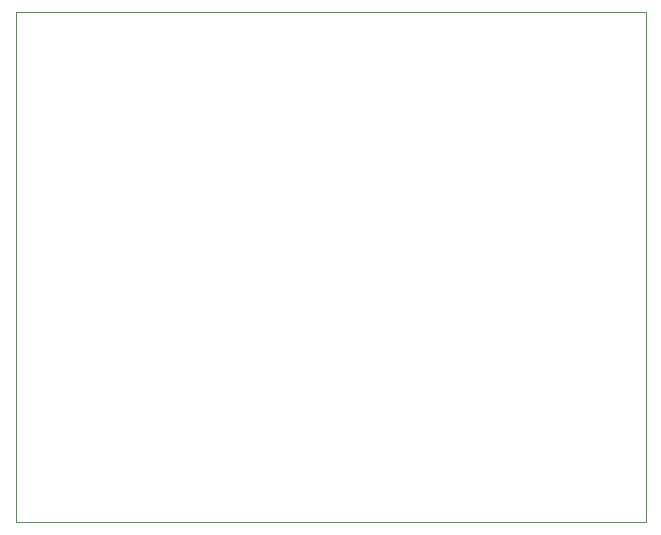
<source format=gko>
G75*
%MOIN*%
%OFA0B0*%
%FSLAX25Y25*%
%IPPOS*%
%LPD*%
%AMOC8*
5,1,8,0,0,1.08239X$1,22.5*
%
%ADD10C,0.00000*%
D10*
X0023919Y0020337D02*
X0023919Y0190337D01*
X0233919Y0190337D01*
X0233919Y0020337D01*
X0023919Y0020337D01*
M02*

</source>
